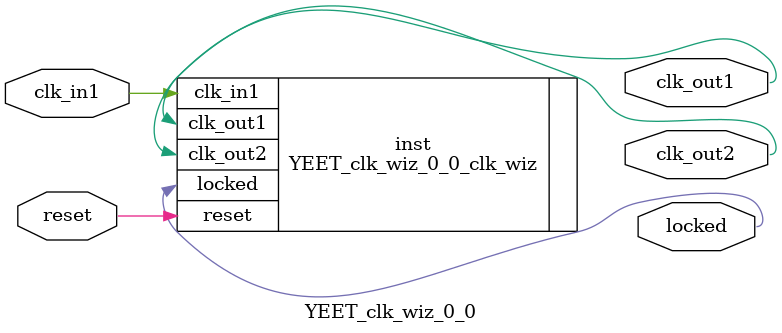
<source format=v>


`timescale 1ps/1ps

(* CORE_GENERATION_INFO = "YEET_clk_wiz_0_0,clk_wiz_v6_0_1_0_0,{component_name=YEET_clk_wiz_0_0,use_phase_alignment=true,use_min_o_jitter=false,use_max_i_jitter=false,use_dyn_phase_shift=false,use_inclk_switchover=false,use_dyn_reconfig=false,enable_axi=0,feedback_source=FDBK_AUTO,PRIMITIVE=MMCM,num_out_clk=2,clkin1_period=10.000,clkin2_period=10.000,use_power_down=false,use_reset=true,use_locked=true,use_inclk_stopped=false,feedback_type=SINGLE,CLOCK_MGR_TYPE=NA,manual_override=false}" *)

module YEET_clk_wiz_0_0 
 (
  // Clock out ports
  output        clk_out1,
  output        clk_out2,
  // Status and control signals
  input         reset,
  output        locked,
 // Clock in ports
  input         clk_in1
 );

  YEET_clk_wiz_0_0_clk_wiz inst
  (
  // Clock out ports  
  .clk_out1(clk_out1),
  .clk_out2(clk_out2),
  // Status and control signals               
  .reset(reset), 
  .locked(locked),
 // Clock in ports
  .clk_in1(clk_in1)
  );

endmodule

</source>
